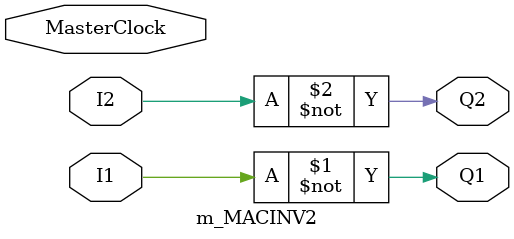
<source format=sv>
/*****************************************************************************
QMACROS.NET

13/9/88

Macros for Qudos cells not represented in LSI Logic Library

*****************************************************************************/

                                                                                //[QMACROS.NET:00010] COMPILE;
                                                                                //[QMACROS.NET:00011] DIRECTORY MASTER;

/* twin inverter */

module m_MACINV2                                                                //[QMACROS.NET:00015] MODULE MACINV2;
(                                                                               //[QMACROS.NET:00015] MODULE MACINV2;

    input    MasterClock,
    input    I1,                                                                //[QMACROS.NET:00017] INPUTS	I1,I2;
    input    I2,                                                                //[QMACROS.NET:00017] INPUTS	I1,I2;
    output    Q1,                                                               //[QMACROS.NET:00018] OUTPUTS	Q1,Q2;
    output    Q2                                                                //[QMACROS.NET:00018] OUTPUTS	Q1,Q2;
);                                                                              //[QMACROS.NET:00015] MODULE MACINV2;

                                                                                //[QMACROS.NET:00020] LEVEL FUNCTION;
assign Q1 = ~I1;                                                                //[QMACROS.NET:00022] ONE_(Q1)=N1A(I1);
assign Q2 = ~I2;                                                                //[QMACROS.NET:00023] TWO_(Q2)=N1A(I2);
endmodule                                                                       //[QMACROS.NET:00024] END MODULE;

</source>
